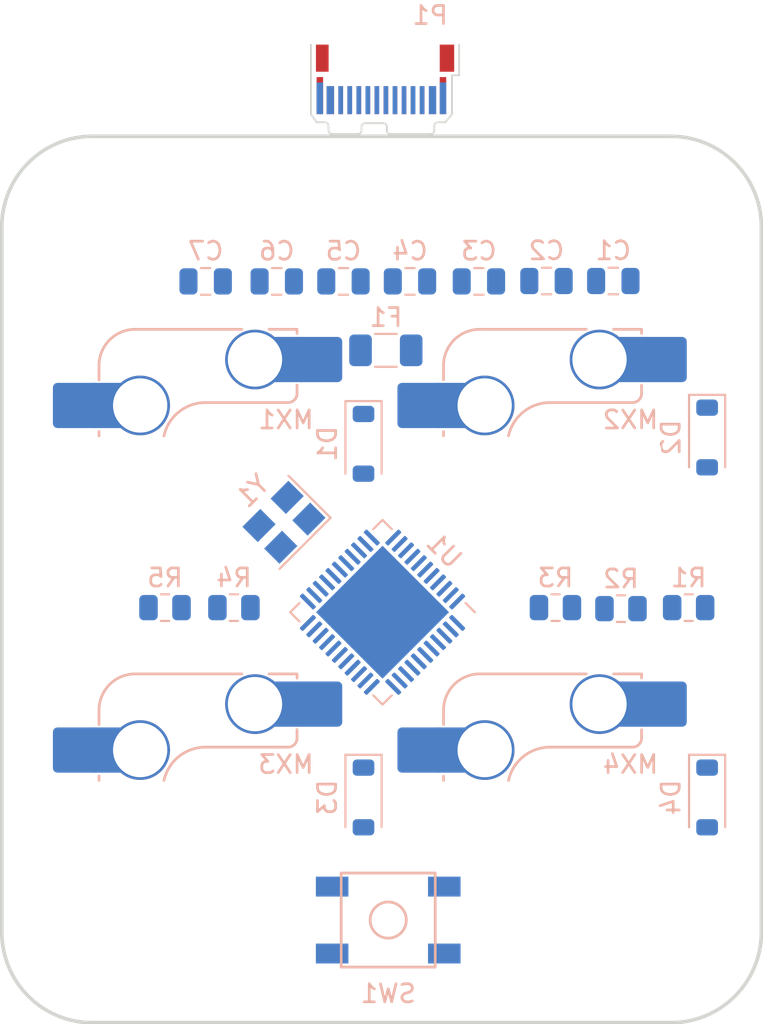
<source format=kicad_pcb>
(kicad_pcb (version 20221018) (generator pcbnew)
  (layers (0 "F.Cu" signal) (31 "B.Cu" signal) (34 "B.Paste" user) (35 "F.Paste" user) (36 "B.SilkS" user "B.Silkscreen") (37 "F.SilkS" user "F.Silkscreen") (38 "B.Mask" user) (39 "F.Mask" user) (44 "Edge.Cuts" user))
  (net 0 "")
  (net 1 "Net-(U1-UCAP)")
  (net 2 "GND")
  (net 3 "+5V")
  (net 4 "Net-(U1-XTAL1)")
  (net 5 "Net-(U1-XTAL2)")
  (net 6 "ROW0")
  (net 7 "Net-(D1-A)")
  (net 8 "Net-(D2-A)")
  (net 9 "ROW1")
  (net 10 "Net-(D3-A)")
  (net 11 "VCC")
  (net 12 "COL0")
  (net 15 "Net-(P1-CC)")
  (net 16 "D+")
  (net 17 "D-")
  (net 28 "Net-(U1-~{HWB}{slash}PE2)")
  (net 29 "Net-(U1-D+)")
  (net 30 "Net-(U1-D-)")
  (net 31 "Net-(U1-~{RESET})")
  (footprint "Capacitor_SMD:C_0805_2012Metric" (layer "B.Cu") (at 143.118 49 180)
    (fp_text reference "C2" (at 0 1.68) (layer "B.SilkS") (effects (justify mirror)))
    (fp_text value "0.1uF")
    (fp_line (start -0.261252 -0.735) (end 0.261252 -0.735) (stroke (width 0.12)) (layer "B.SilkS"))
    (fp_line (start -0.261252 0.735) (end 0.261252 0.735) (stroke (width 0.12)) (layer "B.SilkS"))
    (pad "1" smd roundrect (at -0.95 0 180) (size 1 1.45) (layers "B.Cu" "B.Paste" "B.Mask") (net 3 "+5V"))
    (pad "2" smd roundrect (at 0.95 0 180) (size 1 1.45) (layers "B.Cu" "B.Paste" "B.Mask") (net 2 "GND"))
  )
  (footprint "random-keyboard-parts:SKQG-1155865" (layer "B.Cu") (at 134.366 84.328 180)
    (fp_text reference "SW1" (at 0 -4.064) (layer "B.SilkS") (effects (justify mirror)))
    (fp_text value "SW_Push")
    (fp_line (start -2.6 -2.6) (end -2.6 2.6) (stroke (width 0.15)) (layer "B.SilkS"))
    (fp_line (start -2.6 2.6) (end 2.6 2.6) (stroke (width 0.15)) (layer "B.SilkS"))
    (fp_line (start 2.6 -2.6) (end -2.6 -2.6) (stroke (width 0.15)) (layer "B.SilkS"))
    (fp_line (start 2.6 2.6) (end 2.6 -2.6) (stroke (width 0.15)) (layer "B.SilkS"))
    (fp_circle (center 0 0) (end 1 0) (stroke (width 0.15)) (fill none) (layer "B.SilkS"))
    (pad "1" smd rect (at 3.1 -1.85 180) (size 1.8 1.1) (layers "B.Cu" "B.Paste" "B.Mask") (net 2 "GND"))
    (pad "2" smd rect (at -3.1 1.85 180) (size 1.8 1.1) (layers "B.Cu" "B.Paste" "B.Mask") (net 31 "Net-(U1-~{RESET})"))
    (pad "3" smd rect (at 3.1 1.85 180) (size 1.8 1.1) (layers "B.Cu" "B.Paste" "B.Mask"))
    (pad "4" smd rect (at -3.1 -1.85 180) (size 1.8 1.1) (layers "B.Cu" "B.Paste" "B.Mask"))
  )
  (footprint "Capacitor_SMD:C_0805_2012Metric" (layer "B.Cu") (at 139.38 49.022 180)
    (fp_text reference "C3" (at 0 1.68) (layer "B.SilkS") (effects (justify mirror)))
    (fp_text value "0.1uF")
    (fp_line (start -0.261252 -0.735) (end 0.261252 -0.735) (stroke (width 0.12)) (layer "B.SilkS"))
    (fp_line (start -0.261252 0.735) (end 0.261252 0.735) (stroke (width 0.12)) (layer "B.SilkS"))
    (pad "1" smd roundrect (at -0.95 0 180) (size 1 1.45) (layers "B.Cu" "B.Paste" "B.Mask") (net 3 "+5V"))
    (pad "2" smd roundrect (at 0.95 0 180) (size 1 1.45) (layers "B.Cu" "B.Paste" "B.Mask") (net 2 "GND"))
  )
  (footprint "Diode_SMD:D_SOD-123" (layer "B.Cu") (at 133 77.55 -90)
    (fp_text reference "D3" (at 0 2 90) (layer "B.SilkS") (effects (justify mirror)))
    (fp_text value "D_Small")
    (fp_line (start -2.36 -1) (end 1.65 -1) (stroke (width 0.12)) (layer "B.SilkS"))
    (fp_line (start -2.36 1) (end -2.36 -1) (stroke (width 0.12)) (layer "B.SilkS"))
    (fp_line (start -2.36 1) (end 1.65 1) (stroke (width 0.12)) (layer "B.SilkS"))
    (pad "1" smd roundrect (at -1.65 0 270) (size 0.9 1.2) (layers "B.Cu" "B.Paste" "B.Mask") (net 9 "ROW1"))
    (pad "2" smd roundrect (at 1.65 0 270) (size 0.9 1.2) (layers "B.Cu" "B.Paste" "B.Mask") (net 10 "Net-(D3-A)"))
  )
  (footprint "Capacitor_SMD:C_0805_2012Metric" (layer "B.Cu") (at 135.57 49.022 180)
    (fp_text reference "C4" (at 0 1.68) (layer "B.SilkS") (effects (justify mirror)))
    (fp_text value "0.1uF")
    (fp_line (start -0.261252 -0.735) (end 0.261252 -0.735) (stroke (width 0.12)) (layer "B.SilkS"))
    (fp_line (start -0.261252 0.735) (end 0.261252 0.735) (stroke (width 0.12)) (layer "B.SilkS"))
    (pad "1" smd roundrect (at -0.95 0 180) (size 1 1.45) (layers "B.Cu" "B.Paste" "B.Mask") (net 3 "+5V"))
    (pad "2" smd roundrect (at 0.95 0 180) (size 1 1.45) (layers "B.Cu" "B.Paste" "B.Mask") (net 2 "GND"))
  )
  (footprint "Connector_USB:USB_C_Plug_JAE_DX07P024AJ1" (layer "B.Cu") (at 133.99 37.8525 180)
    (fp_text reference "P1" (at -2.6925 3.54) (layer "B.SilkS") (effects (justify mirror)))
    (fp_text value "USB_C_Plug")
    (fp_line (start -4.3 0.2275) (end -3.9 0.2275) (stroke (width 0.1)) (layer "Edge.Cuts"))
    (fp_line (start -4.3 1.93) (end -4.3 0.2275) (stroke (width 0.1)) (layer "Edge.Cuts"))
    (fp_line (start -3.9 -1.9225) (end -3.9 0.2275) (stroke (width 0.1)) (layer "Edge.Cuts"))
    (fp_line (start -3.53 -2.3725) (end -3.9 -1.9225) (stroke (width 0.1)) (layer "Edge.Cuts"))
    (fp_line (start -3.125 -2.3725) (end -3.53 -2.3725) (stroke (width 0.1)) (layer "Edge.Cuts"))
    (fp_line (start -2.925 -2.8225) (end -2.925 -2.5725) (stroke (width 0.1)) (layer "Edge.Cuts"))
    (fp_line (start -0.5 -3.0225) (end -2.725 -3.0225) (stroke (width 0.1)) (layer "Edge.Cuts"))
    (fp_line (start -0.3 -2.6225) (end -0.3 -2.8225) (stroke (width 0.1)) (layer "Edge.Cuts"))
    (fp_line (start -0.1 -2.4225) (end 0.9 -2.4225) (stroke (width 0.1)) (layer "Edge.Cuts"))
    (fp_line (start 1.1 -2.8225) (end 1.1 -2.6225) (stroke (width 0.1)) (layer "Edge.Cuts"))
    (fp_line (start 1.3 -3.0225) (end 2.725 -3.0225) (stroke (width 0.1)) (layer "Edge.Cuts"))
    (fp_line (start 2.925 -2.8225) (end 2.925 -2.5725) (stroke (width 0.1)) (layer "Edge.Cuts"))
    (fp_line (start 3.125 -2.3725) (end 3.575 -2.3725) (stroke (width 0.1)) (layer "Edge.Cuts"))
    (fp_line (start 3.575 -2.3725) (end 3.9 -1.9225) (stroke (width 0.1)) (layer "Edge.Cuts"))
    (fp_line (start 3.9 -1.9225) (end 3.9 1.9175) (stroke (width 0.1)) (layer "Edge.Cuts"))
    (fp_arc (start -2.925 -2.8225) (mid -2.866421 -2.963921) (end -2.725 -3.0225) (stroke (width 0.1)) (layer "Edge.Cuts"))
    (fp_arc (start -2.925 -2.5725) (mid -2.983579 -2.431079) (end -3.125 -2.3725) (stroke (width 0.1)) (layer "Edge.Cuts"))
    (fp_arc (start -0.5 -3.0225) (mid -0.358579 -2.963921) (end -0.3 -2.8225) (stroke (width 0.1)) (layer "Edge.Cuts"))
    (fp_arc (start -0.1 -2.4225) (mid -0.241421 -2.481079) (end -0.3 -2.6225) (stroke (width 0.1)) (layer "Edge.Cuts"))
    (fp_arc (start 1.1 -2.8225) (mid 1.158579 -2.963921) (end 1.3 -3.0225) (stroke (width 0.1)) (layer "Edge.Cuts"))
    (fp_arc (start 1.1 -2.6225) (mid 1.041421 -2.481079) (end 0.9 -2.4225) (stroke (width 0.1)) (layer "Edge.Cuts"))
    (fp_arc (start 2.725 -3.0225) (mid 2.866421 -2.963921) (end 2.925 -2.8225) (stroke (width 0.1)) (layer "Edge.Cuts"))
    (fp_arc (start 3.125 -2.3725) (mid 2.983579 -2.431079) (end 2.925 -2.5725) (stroke (width 0.1)) (layer "Edge.Cuts"))
    (pad "" smd rect (at -3.405 -1.0475 180) (size 0.36 1.75) (layers "B.Cu" "B.Mask"))
    (pad "" smd rect (at 3.405 -1.0475 180) (size 0.36 1.75) (layers "B.Cu" "B.Mask"))
    (pad "A1" smd rect (at 2.825 -1.1475 180) (size 0.41 1.55) (layers "B.Cu" "B.Paste" "B.Mask") (net 2 "GND"))
    (pad "A2" smd rect (at 2.25 -1.1475 180) (size 0.26 1.55) (layers "B.Cu" "B.Paste" "B.Mask"))
    (pad "A3" smd rect (at 1.75 -1.1475 180) (size 0.26 1.55) (layers "B.Cu" "B.Paste" "B.Mask"))
    (pad "A4" smd rect (at 1.25 -1.1475 180) (size 0.26 1.55) (layers "B.Cu" "B.Paste" "B.Mask") (net 11 "VCC"))
    (pad "A5" smd rect (at 0.75 -1.1475 180) (size 0.26 1.55) (layers "B.Cu" "B.Paste" "B.Mask") (net 15 "Net-(P1-CC)"))
    (pad "A6" smd rect (at 0.25 -1.1475) (size 0.26 1.55) (layers "B.Cu" "B.Paste" "B.Mask") (net 16 "D+"))
    (pad "A7" smd rect (at -0.25 -1.1475) (size 0.26 1.55) (layers "B.Cu" "B.Paste" "B.Mask") (net 17 "D-"))
    (pad "A8" smd rect (at -0.75 -1.1475 180) (size 0.26 1.55) (layers "B.Cu" "B.Paste" "B.Mask"))
    (pad "A9" smd rect (at -1.25 -1.1475 180) (size 0.26 1.55) (layers "B.Cu" "B.Paste" "B.Mask") (net 11 "VCC"))
    (pad "A10" smd rect (at -1.75 -1.1475 180) (size 0.26 1.55) (layers "B.Cu" "B.Paste" "B.Mask"))
    (pad "A11" smd rect (at -2.25 -1.1475 180) (size 0.26 1.55) (layers "B.Cu" "B.Paste" "B.Mask"))
    (pad "A12" smd rect (at -2.825 -1.1475 180) (size 0.41 1.55) (layers "B.Cu" "B.Paste" "B.Mask") (net 2 "GND"))
    (pad "B1" smd rect (at -2.825 -1.1475 180) (size 0.41 1.55) (layers "F.Cu" "F.Paste" "F.Mask") (net 2 "GND"))
    (pad "B2" smd rect (at -2.25 -1.1475 180) (size 0.26 1.55) (layers "F.Cu" "F.Paste" "F.Mask"))
    (pad "B3" smd rect (at -1.75 -1.1475 180) (size 0.26 1.55) (layers "F.Cu" "F.Paste" "F.Mask"))
    (pad "B4" smd rect (at -1.25 -1.1475 180) (size 0.26 1.55) (layers "F.Cu" "F.Paste" "F.Mask") (net 11 "VCC"))
    (pad "B5" smd rect (at -0.75 -1.1475 180) (size 0.26 1.55) (layers "F.Cu" "F.Paste" "F.Mask"))
    (pad "B6" smd rect (at -0.25 -1.1475) (size 0.26 1.55) (layers "F.Cu" "F.Paste" "F.Mask"))
    (pad "B7" smd rect (at 0.25 -1.1475 180) (size 0.26 1.55) (layers "F.Cu" "F.Paste" "F.Mask"))
    (pad "B8" smd rect (at 0.75 -1.1475 180) (size 0.26 1.55) (layers "F.Cu" "F.Paste" "F.Mask"))
    (pad "B9" smd rect (at 1.25 -1.1475 180) (size 0.26 1.55) (layers "F.Cu" "F.Paste" "F.Mask") (net 11 "VCC"))
    (pad "B10" smd rect (at 1.75 -1.1475 180) (size 0.26 1.55) (layers "F.Cu" "F.Paste" "F.Mask"))
    (pad "B11" smd rect (at 2.25 -1.1475 180) (size 0.26 1.55) (layers "F.Cu" "F.Paste" "F.Mask"))
    (pad "B12" smd rect (at 2.825 -1.1475 180) (size 0.41 1.55) (layers "F.Cu" "F.Paste" "F.Mask") (net 2 "GND"))
    (pad "S1" smd rect (at -3.625 1.1725 180) (size 0.8 1.5) (layers "F.Cu" "F.Paste" "F.Mask"))
    (pad "S1" smd rect (at -3.405 -0.8975 180) (size 0.36 2.05) (layers "F.Cu" "F.Paste" "F.Mask"))
    (pad "S1" smd rect (at 3.27 1.1725) (size 0.7 1.5) (layers "F.Cu" "F.Paste" "F.Mask"))
    (pad "S1" smd rect (at 3.405 -0.8975 180) (size 0.36 2.05) (layers "F.Cu" "F.Paste" "F.Mask"))
  )
  (footprint "Resistor_SMD:R_0805_2012Metric" (layer "B.Cu") (at 143.6135 67.056 180)
    (fp_text reference "R3" (at 0 1.65) (layer "B.SilkS") (effects (justify mirror)))
    (fp_text value "22")
    (fp_line (start -0.227064 -0.735) (end 0.227064 -0.735) (stroke (width 0.12)) (layer "B.SilkS"))
    (fp_line (start -0.227064 0.735) (end 0.227064 0.735) (stroke (width 0.12)) (layer "B.SilkS"))
    (pad "1" smd roundrect (at -0.9125 0 180) (size 1.025 1.4) (layers "B.Cu" "B.Paste" "B.Mask") (roundrect_rratio 0.243902) (net 17 "D-"))
    (pad "2" smd roundrect (at 0.9125 0 180) (size 1.025 1.4) (layers "B.Cu" "B.Paste" "B.Mask") (roundrect_rratio 0.243902) (net 30 "Net-(U1-D-)"))
  )
  (footprint "Diode_SMD:D_SOD-123" (layer "B.Cu") (at 133 58 -90)
    (fp_text reference "D1" (at 0 2 90) (layer "B.SilkS") (effects (justify mirror)))
    (fp_text value "D_Small")
    (fp_line (start -2.36 -1) (end 1.65 -1) (stroke (width 0.12)) (layer "B.SilkS"))
    (fp_line (start -2.36 1) (end -2.36 -1) (stroke (width 0.12)) (layer "B.SilkS"))
    (fp_line (start -2.36 1) (end 1.65 1) (stroke (width 0.12)) (layer "B.SilkS"))
    (pad "1" smd roundrect (at -1.65 0 270) (size 0.9 1.2) (layers "B.Cu" "B.Paste" "B.Mask") (net 6 "ROW0"))
    (pad "2" smd roundrect (at 1.65 0 270) (size 0.9 1.2) (layers "B.Cu" "B.Paste" "B.Mask") (net 7 "Net-(D1-A)"))
  )
  (footprint "PCM_marbastlib-mx:SW_MX_HS_1u" (layer "B.Cu") (at 143.51 58.42 180)
    (fp_text reference "MX2" (at -4.25 1.75) (layer "B.SilkS") (effects (justify mirror)))
    (fp_text value "MX_SW_HS" hide)
    (fp_line (start -4.864824 3.67022) (end -4.864824 3.20022) (stroke (width 0.15)) (layer "B.SilkS"))
    (fp_line (start -4.864824 6.75022) (end -4.864824 6.52022) (stroke (width 0.15)) (layer "B.SilkS"))
    (fp_line (start -4.364824 2.70022) (end 0.2 2.70022) (stroke (width 0.15)) (layer "B.SilkS"))
    (fp_line (start -3.314824 6.75022) (end -4.864824 6.75022) (stroke (width 0.15)) (layer "B.SilkS"))
    (fp_line (start 4.085176 6.75022) (end -1.814824 6.75022) (stroke (width 0.15)) (layer "B.SilkS"))
    (fp_line (start 6.085176 1.10022) (end 6.085176 0.86022) (stroke (width 0.15)) (layer "B.SilkS"))
    (fp_line (start 6.085176 3.95022) (end 6.085176 4.75022) (stroke (width 0.15)) (layer "B.SilkS"))
    (fp_arc (start -4.864824 3.20022) (mid -4.718377 2.846667) (end -4.364824 2.70022) (stroke (width 0.15)) (layer "B.SilkS"))
    (fp_arc (start 2.494322 0.86022) (mid 1.670693 2.183637) (end 0.2 2.70022) (stroke (width 0.15)) (layer "B.SilkS"))
    (fp_arc (start 6.085176 4.75022) (mid 5.499389 6.164432) (end 4.085176 6.75022) (stroke (width 0.15)) (layer "B.SilkS"))
    (pad "" np_thru_hole circle (at -5.08 0 180) (size 1.75 1.75) (drill 1.75) (layers "*.Cu" "*.Mask"))
    (pad "" np_thru_hole circle (at 0 0 180) (size 3.9878 3.9878) (drill 3.9878) (layers "*.Cu" "*.Mask"))
    (pad "" np_thru_hole circle (at 5.08 0 180) (size 1.75 1.75) (drill 1.75) (layers "*.Cu" "*.Mask"))
    (pad "1" thru_hole circle (at 3.81 2.54 180) (size 3.3 3.3) (drill 3) (layers "*.Cu" "*.Mask") (net 12 "COL0"))
    (pad "1" smd rect (at 5.635 2.54) (size 1.65 2.5) (layers "B.Cu") (net 12 "COL0"))
    (pad "1" smd roundrect (at 7.36 2.54 180) (size 2.55 2.5) (layers "B.Cu" "B.Paste" "B.Mask") (roundrect_rratio 0.1) (net 12 "COL0"))
    (pad "2" smd roundrect (at -6.09 5.08 180) (size 2.55 2.5) (layers "B.Cu" "B.Paste" "B.Mask") (roundrect_rratio 0.1) (net 8 "Net-(D2-A)"))
    (pad "2" smd rect (at -4.34 5.08 180) (size 1.65 2.5) (layers "B.Cu") (net 8 "Net-(D2-A)"))
    (pad "2" thru_hole circle (at -2.54 5.08 180) (size 3.3 3.3) (drill 3) (layers "*.Cu" "*.Mask") (net 8 "Net-(D2-A)"))
  )
  (footprint "Fuse:Fuse_1206_3216Metric" (layer "B.Cu") (at 134.236 52.832 180)
    (fp_text reference "F1" (at 0 1.82) (layer "B.SilkS") (effects (justify mirror)))
    (fp_text value "Polyfuse")
    (fp_line (start -0.602064 -0.91) (end 0.602064 -0.91) (stroke (width 0.12)) (layer "B.SilkS"))
    (fp_line (start -0.602064 0.91) (end 0.602064 0.91) (stroke (width 0.12)) (layer "B.SilkS"))
    (pad "1" smd roundrect (at -1.4 0 180) (size 1.25 1.75) (layers "B.Cu" "B.Paste" "B.Mask") (roundrect_rratio 0.2) (net 11 "VCC"))
    (pad "2" smd roundrect (at 1.4 0 180) (size 1.25 1.75) (layers "B.Cu" "B.Paste" "B.Mask") (roundrect_rratio 0.2) (net 3 "+5V"))
  )
  (footprint "Resistor_SMD:R_0805_2012Metric" (layer "B.Cu") (at 150.9795 67.056 180)
    (fp_text reference "R1" (at 0 1.65) (layer "B.SilkS") (effects (justify mirror)))
    (fp_text value "10k")
    (fp_line (start -0.227064 -0.735) (end 0.227064 -0.735) (stroke (width 0.12)) (layer "B.SilkS"))
    (fp_line (start -0.227064 0.735) (end 0.227064 0.735) (stroke (width 0.12)) (layer "B.SilkS"))
    (pad "1" smd roundrect (at -0.9125 0 180) (size 1.025 1.4) (layers "B.Cu" "B.Paste" "B.Mask") (roundrect_rratio 0.243902) (net 2 "GND"))
    (pad "2" smd roundrect (at 0.9125 0 180) (size 1.025 1.4) (layers "B.Cu" "B.Paste" "B.Mask") (roundrect_rratio 0.243902) (net 28 "Net-(U1-~{HWB}{slash}PE2)"))
  )
  (footprint "Capacitor_SMD:C_0805_2012Metric" (layer "B.Cu") (at 124.272 49.022 180)
    (fp_text reference "C7" (at 0 1.68) (layer "B.SilkS") (effects (justify mirror)))
    (fp_text value "22pF")
    (fp_line (start -0.261252 -0.735) (end 0.261252 -0.735) (stroke (width 0.12)) (layer "B.SilkS"))
    (fp_line (start -0.261252 0.735) (end 0.261252 0.735) (stroke (width 0.12)) (layer "B.SilkS"))
    (pad "1" smd roundrect (at -0.95 0 180) (size 1 1.45) (layers "B.Cu" "B.Paste" "B.Mask") (net 2 "GND"))
    (pad "2" smd roundrect (at 0.95 0 180) (size 1 1.45) (layers "B.Cu" "B.Paste" "B.Mask") (net 5 "Net-(U1-XTAL2)"))
  )
  (footprint "Capacitor_SMD:C_0805_2012Metric" (layer "B.Cu") (at 146.812 49 180)
    (fp_text reference "C1" (at 0 1.68) (layer "B.SilkS") (effects (justify mirror)))
    (fp_text value "1uF")
    (fp_line (start -0.261252 -0.735) (end 0.261252 -0.735) (stroke (width 0.12)) (layer "B.SilkS"))
    (fp_line (start -0.261252 0.735) (end 0.261252 0.735) (stroke (width 0.12)) (layer "B.SilkS"))
    (pad "1" smd roundrect (at -0.95 0 180) (size 1 1.45) (layers "B.Cu" "B.Paste" "B.Mask") (net 1 "Net-(U1-UCAP)"))
    (pad "2" smd roundrect (at 0.95 0 180) (size 1 1.45) (layers "B.Cu" "B.Paste" "B.Mask") (net 2 "GND"))
  )
  (footprint "PCM_marbastlib-mx:SW_MX_HS_1u" (layer "B.Cu") (at 124.46 77.47 180)
    (fp_text reference "MX3" (at -4.25 1.75) (layer "B.SilkS") (effects (justify mirror)))
    (fp_text value "MX_SW_HS" hide)
    (fp_line (start -4.864824 3.67022) (end -4.864824 3.20022) (stroke (width 0.15)) (layer "B.SilkS"))
    (fp_line (start -4.864824 6.75022) (end -4.864824 6.52022) (stroke (width 0.15)) (layer "B.SilkS"))
    (fp_line (start -4.364824 2.70022) (end 0.2 2.70022) (stroke (width 0.15)) (layer "B.SilkS"))
    (fp_line (start -3.314824 6.75022) (end -4.864824 6.75022) (stroke (width 0.15)) (layer "B.SilkS"))
    (fp_line (start 4.085176 6.75022) (end -1.814824 6.75022) (stroke (width 0.15)) (layer "B.SilkS"))
    (fp_line (start 6.085176 1.10022) (end 6.085176 0.86022) (stroke (width 0.15)) (layer "B.SilkS"))
    (fp_line (start 6.085176 3.95022) (end 6.085176 4.75022) (stroke (width 0.15)) (layer "B.SilkS"))
    (fp_arc (start -4.864824 3.20022) (mid -4.718377 2.846667) (end -4.364824 2.70022) (stroke (width 0.15)) (layer "B.SilkS"))
    (fp_arc (start 2.494322 0.86022) (mid 1.670693 2.183637) (end 0.2 2.70022) (stroke (width 0.15)) (layer "B.SilkS"))
    (fp_arc (start 6.085176 4.75022) (mid 5.499389 6.164432) (end 4.085176 6.75022) (stroke (width 0.15)) (layer "B.SilkS"))
    (pad "" np_thru_hole circle (at -5.08 0 180) (size 1.75 1.75) (drill 1.75) (layers "*.Cu" "*.Mask"))
    (pad "" np_thru_hole circle (at 0 0 180) (size 3.9878 3.9878) (drill 3.9878) (layers "*.Cu" "*.Mask"))
    (pad "" np_thru_hole circle (at 5.08 0 180) (size 1.75 1.75) (drill 1.75) (layers "*.Cu" "*.Mask"))
    (pad "1" thru_hole circle (at 3.81 2.54 180) (size 3.3 3.3) (drill 3) (layers "*.Cu" "*.Mask") (net 12 "COL0"))
    (pad "1" smd rect (at 5.635 2.54) (size 1.65 2.5) (layers "B.Cu") (net 12 "COL0"))
    (pad "1" smd roundrect (at 7.36 2.54 180) (size 2.55 2.5) (layers "B.Cu" "B.Paste" "B.Mask") (roundrect_rratio 0.1) (net 12 "COL0"))
    (pad "2" smd roundrect (at -6.09 5.08 180) (size 2.55 2.5) (layers "B.Cu" "B.Paste" "B.Mask") (roundrect_rratio 0.1) (net 10 "Net-(D3-A)"))
    (pad "2" smd rect (at -4.34 5.08 180) (size 1.65 2.5) (layers "B.Cu") (net 10 "Net-(D3-A)"))
    (pad "2" thru_hole circle (at -2.54 5.08 180) (size 3.3 3.3) (drill 3) (layers "*.Cu" "*.Mask") (net 10 "Net-(D3-A)"))
  )
  (footprint "PCM_marbastlib-mx:SW_MX_HS_1u" (layer "B.Cu") (at 124.46 58.42 180)
    (fp_text reference "MX1" (at -4.25 1.75) (layer "B.SilkS") (effects (justify mirror)))
    (fp_text value "MX_SW_HS" hide)
    (fp_line (start -4.864824 3.67022) (end -4.864824 3.20022) (stroke (width 0.15)) (layer "B.SilkS"))
    (fp_line (start -4.864824 6.75022) (end -4.864824 6.52022) (stroke (width 0.15)) (layer "B.SilkS"))
    (fp_line (start -4.364824 2.70022) (end 0.2 2.70022) (stroke (width 0.15)) (layer "B.SilkS"))
    (fp_line (start -3.314824 6.75022) (end -4.864824 6.75022) (stroke (width 0.15)) (layer "B.SilkS"))
    (fp_line (start 4.085176 6.75022) (end -1.814824 6.75022) (stroke (width 0.15)) (layer "B.SilkS"))
    (fp_line (start 6.085176 1.10022) (end 6.085176 0.86022) (stroke (width 0.15)) (layer "B.SilkS"))
    (fp_line (start 6.085176 3.95022) (end 6.085176 4.75022) (stroke (width 0.15)) (layer "B.SilkS"))
    (fp_arc (start -4.864824 3.20022) (mid -4.718377 2.846667) (end -4.364824 2.70022) (stroke (width 0.15)) (layer "B.SilkS"))
    (fp_arc (start 2.494322 0.86022) (mid 1.670693 2.183637) (end 0.2 2.70022) (stroke (width 0.15)) (layer "B.SilkS"))
    (fp_arc (start 6.085176 4.75022) (mid 5.499389 6.164432) (end 4.085176 6.75022) (stroke (width 0.15)) (layer "B.SilkS"))
    (pad "" np_thru_hole circle (at -5.08 0 180) (size 1.75 1.75) (drill 1.75) (layers "*.Cu" "*.Mask"))
    (pad "" np_thru_hole circle (at 0 0 180) (size 3.9878 3.9878) (drill 3.9878) (layers "*.Cu" "*.Mask"))
    (pad "" np_thru_hole circle (at 5.08 0 180) (size 1.75 1.75) (drill 1.75) (layers "*.Cu" "*.Mask"))
    (pad "1" thru_hole circle (at 3.81 2.54 180) (size 3.3 3.3) (drill 3) (layers "*.Cu" "*.Mask") (net 12 "COL0"))
    (pad "1" smd rect (at 5.635 2.54) (size 1.65 2.5) (layers "B.Cu") (net 12 "COL0"))
    (pad "1" smd roundrect (at 7.36 2.54 180) (size 2.55 2.5) (layers "B.Cu" "B.Paste" "B.Mask") (roundrect_rratio 0.1) (net 12 "COL0"))
    (pad "2" smd roundrect (at -6.09 5.08 180) (size 2.55 2.5) (layers "B.Cu" "B.Paste" "B.Mask") (roundrect_rratio 0.1) (net 7 "Net-(D1-A)"))
    (pad "2" smd rect (at -4.34 5.08 180) (size 1.65 2.5) (layers "B.Cu") (net 7 "Net-(D1-A)"))
    (pad "2" thru_hole circle (at -2.54 5.08 180) (size 3.3 3.3) (drill 3) (layers "*.Cu" "*.Mask") (net 7 "Net-(D1-A)"))
  )
  (footprint "Package_DFN_QFN:QFN-44-1EP_7x7mm_P0.5mm_EP5.2x5.2mm" (layer "B.Cu") (at 134.051522 67.31 135)
    (fp_text reference "U1" (at 0 4.82 -225) (layer "B.SilkS") (effects (justify mirror)))
    (fp_text value "ATmega32U4-M")
    (fp_line (start -3.61 -3.61) (end -3.61 -2.885) (stroke (width 0.12)) (layer "B.SilkS"))
    (fp_line (start -2.885 -3.61) (end -3.61 -3.61) (stroke (width 0.12)) (layer "B.SilkS"))
    (fp_line (start -2.885 3.61) (end -3.61 3.61) (stroke (width 0.12)) (layer "B.SilkS"))
    (fp_line (start 2.885 -3.61) (end 3.61 -3.61) (stroke (width 0.12)) (layer "B.SilkS"))
    (fp_line (start 2.885 3.61) (end 3.61 3.61) (stroke (width 0.12)) (layer "B.SilkS"))
    (fp_line (start 3.61 -3.61) (end 3.61 -2.885) (stroke (width 0.12)) (layer "B.SilkS"))
    (fp_line (start 3.61 3.61) (end 3.61 2.885) (stroke (width 0.12)) (layer "B.SilkS"))
    (pad "1" smd roundrect (at -3.3375 2.5 135) (size 1.075 0.25) (layers "B.Cu" "B.Paste" "B.Mask"))
    (pad "2" smd roundrect (at -3.3375 2 135) (size 1.075 0.25) (layers "B.Cu" "B.Paste" "B.Mask") (net 3 "+5V"))
    (pad "3" smd roundrect (at -3.3375 1.5 135) (size 1.075 0.25) (layers "B.Cu" "B.Paste" "B.Mask") (net 30 "Net-(U1-D-)"))
    (pad "4" smd roundrect (at -3.3375 1 135) (size 1.075 0.25) (layers "B.Cu" "B.Paste" "B.Mask") (net 29 "Net-(U1-D+)"))
    (pad "5" smd roundrect (at -3.3375 0.5 135) (size 1.075 0.25) (layers "B.Cu" "B.Paste" "B.Mask") (net 2 "GND"))
    (pad "6" smd roundrect (at -3.3375 0 135) (size 1.075 0.25) (layers "B.Cu" "B.Paste" "B.Mask") (net 1 "Net-(U1-UCAP)"))
    (pad "7" smd roundrect (at -3.3375 -0.5 135) (size 1.075 0.25) (layers "B.Cu" "B.Paste" "B.Mask") (net 3 "+5V"))
    (pad "8" smd roundrect (at -3.3375 -1 135) (size 1.075 0.25) (layers "B.Cu" "B.Paste" "B.Mask"))
    (pad "9" smd roundrect (at -3.3375 -1.5 135) (size 1.075 0.25) (layers "B.Cu" "B.Paste" "B.Mask"))
    (pad "10" smd roundrect (at -3.3375 -2 135) (size 1.075 0.25) (layers "B.Cu" "B.Paste" "B.Mask"))
    (pad "11" smd roundrect (at -3.3375 -2.5 135) (size 1.075 0.25) (layers "B.Cu" "B.Paste" "B.Mask"))
    (pad "12" smd roundrect (at -2.5 -3.3375 135) (size 0.25 1.075) (layers "B.Cu" "B.Paste" "B.Mask"))
    (pad "13" smd roundrect (at -2 -3.3375 135) (size 0.25 1.075) (layers "B.Cu" "B.Paste" "B.Mask") (net 31 "Net-(U1-~{RESET})"))
    (pad "14" smd roundrect (at -1.5 -3.3375 135) (size 0.25 1.075) (layers "B.Cu" "B.Paste" "B.Mask") (net 3 "+5V"))
    (pad "15" smd roundrect (at -1 -3.3375 135) (size 0.25 1.075) (layers "B.Cu" "B.Paste" "B.Mask") (net 2 "GND"))
    (pad "16" smd roundrect (at -0.5 -3.3375 135) (size 0.25 1.075) (layers "B.Cu" "B.Paste" "B.Mask") (net 5 "Net-(U1-XTAL2)"))
    (pad "17" smd roundrect (at 0 -3.3375 135) (size 0.25 1.075) (layers "B.Cu" "B.Paste" "B.Mask") (net 4 "Net-(U1-XTAL1)"))
    (pad "18" smd roundrect (at 0.5 -3.3375 135) (size 0.25 1.075) (layers "B.Cu" "B.Paste" "B.Mask"))
    (pad "19" smd roundrect (at 1 -3.3375 135) (size 0.25 1.075) (layers "B.Cu" "B.Paste" "B.Mask"))
    (pad "20" smd roundrect (at 1.5 -3.3375 135) (size 0.25 1.075) (layers "B.Cu" "B.Paste" "B.Mask"))
    (pad "21" smd roundrect (at 2 -3.3375 135) (size 0.25 1.075) (layers "B.Cu" "B.Paste" "B.Mask"))
    (pad "22" smd roundrect (at 2.5 -3.3375 135) (size 0.25 1.075) (layers "B.Cu" "B.Paste" "B.Mask"))
    (pad "23" smd roundrect (at 3.3375 -2.5 135) (size 1.075 0.25) (layers "B.Cu" "B.Paste" "B.Mask") (net 2 "GND"))
    (pad "24" smd roundrect (at 3.3375 -2 135) (size 1.075 0.25) (layers "B.Cu" "B.Paste" "B.Mask") (net 3 "+5V"))
    (pad "25" smd roundrect (at 3.3375 -1.5 135) (size 1.075 0.25) (layers "B.Cu" "B.Paste" "B.Mask"))
    (pad "26" smd roundrect (at 3.3375 -1 135) (size 1.075 0.25) (layers "B.Cu" "B.Paste" "B.Mask"))
    (pad "27" smd roundrect (at 3.3375 -0.5 135) (size 1.075 0.25) (layers "B.Cu" "B.Paste" "B.Mask"))
    (pad "28" smd roundrect (at 3.3375 0 135) (size 1.075 0.25) (layers "B.Cu" "B.Paste" "B.Mask"))
    (pad "29" smd roundrect (at 3.3375 0.5 135) (size 1.075 0.25) (layers "B.Cu" "B.Paste" "B.Mask"))
    (pad "30" smd roundrect (at 3.3375 1 135) (size 1.075 0.25) (layers "B.Cu" "B.Paste" "B.Mask"))
    (pad "31" smd roundrect (at 3.3375 1.5 135) (size 1.075 0.25) (layers "B.Cu" "B.Paste" "B.Mask"))
    (pad "32" smd roundrect (at 3.3375 2 135) (size 1.075 0.25) (layers "B.Cu" "B.Paste" "B.Mask"))
    (pad "33" smd roundrect (at 3.3375 2.5 135) (size 1.075 0.25) (layers "B.Cu" "B.Paste" "B.Mask") (net 28 "Net-(U1-~{HWB}{slash}PE2)"))
    (pad "34" smd roundrect (at 2.5 3.3375 135) (size 0.25 1.075) (layers "B.Cu" "B.Paste" "B.Mask") (net 3 "+5V"))
    (pad "35" smd roundrect (at 2 3.3375 135) (size 0.25 1.075) (layers "B.Cu" "B.Paste" "B.Mask") (net 2 "GND"))
    (pad "36" smd roundrect (at 1.5 3.3375 135) (size 0.25 1.075) (layers "B.Cu" "B.Paste" "B.Mask"))
    (pad "37" smd roundrect (at 1 3.3375 135) (size 0.25 1.075) (layers "B.Cu" "B.Paste" "B.Mask"))
    (pad "38" smd roundrect (at 0.5 3.3375 135) (size 0.25 1.075) (layers "B.Cu" "B.Paste" "B.Mask"))
    (pad "39" smd roundrect (at 0 3.3375 135) (size 0.25 1.075) (layers "B.Cu" "B.Paste" "B.Mask"))
    (pad "40" smd roundrect (at -0.5 3.3375 135) (size 0.25 1.075) (layers "B.Cu" "B.Paste" "B.Mask"))
    (pad "41" smd roundrect (at -1 3.3375 135) (size 0.25 1.075) (layers "B.Cu" "B.Paste" "B.Mask"))
    (pad "42" smd roundrect (at -1.5 3.3375 135) (size 0.25 1.075) (layers "B.Cu" "B.Paste" "B.Mask"))
    (pad "43" smd roundrect (at -2 3.3375 135) (size 0.25 1.075) (layers "B.Cu" "B.Paste" "B.Mask") (net 2 "GND"))
    (pad "44" smd roundrect (at -2.5 3.3375 135) (size 0.25 1.075) (layers "B.Cu" "B.Paste" "B.Mask") (net 3 "+5V"))
    (pad "45" smd rect (at 0 0 135) (size 5.2 5.2) (layers "B.Cu" "B.Mask") (net 2 "GND"))
  )
  (footprint "Capacitor_SMD:C_0805_2012Metric" (layer "B.Cu") (at 131.892 49.022 180)
    (fp_text reference "C5" (at 0 1.68) (layer "B.SilkS") (effects (justify mirror)))
    (fp_text value "10uF")
    (fp_line (start -0.261252 -0.735) (end 0.261252 -0.735) (stroke (width 0.12)) (layer "B.SilkS"))
    (fp_line (start -0.261252 0.735) (end 0.261252 0.735) (stroke (width 0.12)) (layer "B.SilkS"))
    (pad "1" smd roundrect (at -0.95 0 180) (size 1 1.45) (layers "B.Cu" "B.Paste" "B.Mask") (net 3 "+5V"))
    (pad "2" smd roundrect (at 0.95 0 180) (size 1 1.45) (layers "B.Cu" "B.Paste" "B.Mask") (net 2 "GND"))
  )
  (footprint "Diode_SMD:D_SOD-123" (layer "B.Cu") (at 152 77.55 -90)
    (fp_text reference "D4" (at 0 2 90) (layer "B.SilkS") (effects (justify mirror)))
    (fp_text value "D_Small")
    (fp_line (start -2.36 -1) (end 1.65 -1) (stroke (width 0.12)) (layer "B.SilkS"))
    (fp_line (start -2.36 1) (end -2.36 -1) (stroke (width 0.12)) (layer "B.SilkS"))
    (fp_line (start -2.36 1) (end 1.65 1) (stroke (width 0.12)) (layer "B.SilkS"))
    (pad "1" smd roundrect (at -1.65 0 270) (size 0.9 1.2) (layers "B.Cu" "B.Paste" "B.Mask") (net 9 "ROW1"))
    (pad "2" smd roundrect (at 1.65 0 270) (size 0.9 1.2) (layers "B.Cu" "B.Paste" "B.Mask") (net 10 "Net-(D3-A)"))
  )
  (footprint "Resistor_SMD:R_0805_2012Metric" (layer "B.Cu") (at 125.8335 67.056 180)
    (fp_text reference "R4" (at 0 1.65) (layer "B.SilkS") (effects (justify mirror)))
    (fp_text value "10k")
    (fp_line (start -0.227064 -0.735) (end 0.227064 -0.735) (stroke (width 0.12)) (layer "B.SilkS"))
    (fp_line (start -0.227064 0.735) (end 0.227064 0.735) (stroke (width 0.12)) (layer "B.SilkS"))
    (pad "1" smd roundrect (at -0.9125 0 180) (size 1.025 1.4) (layers "B.Cu" "B.Paste" "B.Mask") (roundrect_rratio 0.243902) (net 3 "+5V"))
    (pad "2" smd roundrect (at 0.9125 0 180) (size 1.025 1.4) (layers "B.Cu" "B.Paste" "B.Mask") (roundrect_rratio 0.243902) (net 31 "Net-(U1-~{RESET})"))
  )
  (footprint "Resistor_SMD:R_0805_2012Metric" (layer "B.Cu") (at 147.2355 67.112 180)
    (fp_text reference "R2" (at 0 1.65) (layer "B.SilkS") (effects (justify mirror)))
    (fp_text value "22")
    (fp_line (start -0.227064 -0.735) (end 0.227064 -0.735) (stroke (width 0.12)) (layer "B.SilkS"))
    (fp_line (start -0.227064 0.735) (end 0.227064 0.735) (stroke (width 0.12)) (layer "B.SilkS"))
    (pad "1" smd roundrect (at -0.9125 0 180) (size 1.025 1.4) (layers "B.Cu" "B.Paste" "B.Mask") (roundrect_rratio 0.243902) (net 16 "D+"))
    (pad "2" smd roundrect (at 0.9125 0 180) (size 1.025 1.4) (layers "B.Cu" "B.Paste" "B.Mask") (roundrect_rratio 0.243902) (net 29 "Net-(U1-D+)"))
  )
  (footprint "Crystal:Crystal_SMD_3225-4Pin_3.2x2.5mm" (layer "B.Cu") (at 128.601223 62.338858 -135)
    (fp_text reference "Y1" (at 0 2.45 45) (layer "B.SilkS") (effects (justify mirror)))
    (fp_text value "16MHz")
    (fp_line (start -2 -1.65) (end 2 -1.65) (stroke (width 0.12)) (layer "B.SilkS"))
    (fp_line (start -2 1.65) (end -2 -1.65) (stroke (width 0.12)) (layer "B.SilkS"))
    (pad "1" smd rect (at -1.1 -0.85 225) (size 1.4 1.2) (layers "B.Cu" "B.Paste" "B.Mask") (net 4 "Net-(U1-XTAL1)"))
    (pad "2" smd rect (at 1.1 -0.85 225) (size 1.4 1.2) (layers "B.Cu" "B.Paste" "B.Mask") (net 2 "GND"))
    (pad "3" smd rect (at 1.1 0.85 225) (size 1.4 1.2) (layers "B.Cu" "B.Paste" "B.Mask") (net 5 "Net-(U1-XTAL2)"))
    (pad "4" smd rect (at -1.1 0.85 225) (size 1.4 1.2) (layers "B.Cu" "B.Paste" "B.Mask") (net 2 "GND"))
  )
  (footprint "Capacitor_SMD:C_0805_2012Metric" (layer "B.Cu") (at 128.204 49.022 180)
    (fp_text reference "C6" (at 0 1.68) (layer "B.SilkS") (effects (justify mirror)))
    (fp_text value "22pF")
    (fp_line (start -0.261252 -0.735) (end 0.261252 -0.735) (stroke (width 0.12)) (layer "B.SilkS"))
    (fp_line (start -0.261252 0.735) (end 0.261252 0.735) (stroke (width 0.12)) (layer "B.SilkS"))
    (pad "1" smd roundrect (at -0.95 0 180) (size 1 1.45) (layers "B.Cu" "B.Paste" "B.Mask") (net 2 "GND"))
    (pad "2" smd roundrect (at 0.95 0 180) (size 1 1.45) (layers "B.Cu" "B.Paste" "B.Mask") (net 4 "Net-(U1-XTAL1)"))
  )
  (footprint "Resistor_SMD:R_0805_2012Metric" (layer "B.Cu") (at 122.0235 67.056 180)
    (fp_text reference "R5" (at 0 1.65) (layer "B.SilkS") (effects (justify mirror)))
    (fp_text value "5.1k")
    (fp_line (start -0.227064 -0.735) (end 0.227064 -0.735) (stroke (width 0.12)) (layer "B.SilkS"))
    (fp_line (start -0.227064 0.735) (end 0.227064 0.735) (stroke (width 0.12)) (layer "B.SilkS"))
    (pad "1" smd roundrect (at -0.9125 0 180) (size 1.025 1.4) (layers "B.Cu" "B.Paste" "B.Mask") (roundrect_rratio 0.243902) (net 15 "Net-(P1-CC)"))
    (pad "2" smd roundrect (at 0.9125 0 180) (size 1.025 1.4) (layers "B.Cu" "B.Paste" "B.Mask") (roundrect_rratio 0.243902))
  )
  (footprint "Diode_SMD:D_SOD-123" (layer "B.Cu") (at 152 57.65 -90)
    (fp_text reference "D2" (at 0 2 90) (layer "B.SilkS") (effects (justify mirror)))
    (fp_text value "D_Small")
    (fp_line (start -2.36 -1) (end 1.65 -1) (stroke (width 0.12)) (layer "B.SilkS"))
    (fp_line (start -2.36 1) (end -2.36 -1) (stroke (width 0.12)) (layer "B.SilkS"))
    (fp_line (start -2.36 1) (end 1.65 1) (stroke (width 0.12)) (layer "B.SilkS"))
    (pad "1" smd roundrect (at -1.65 0 270) (size 0.9 1.2) (layers "B.Cu" "B.Paste" "B.Mask") (net 6 "ROW0"))
    (pad "2" smd roundrect (at 1.65 0 270) (size 0.9 1.2) (layers "B.Cu" "B.Paste" "B.Mask") (net 8 "Net-(D2-A)"))
  )
  (footprint "PCM_marbastlib-mx:SW_MX_HS_1u" (layer "B.Cu") (at 143.51 77.47 180)
    (fp_text reference "MX4" (at -4.25 1.75) (layer "B.SilkS") (effects (justify mirror)))
    (fp_text value "MX_SW_HS" hide)
    (fp_line (start -4.864824 3.67022) (end -4.864824 3.20022) (stroke (width 0.15)) (layer "B.SilkS"))
    (fp_line (start -4.864824 6.75022) (end -4.864824 6.52022) (stroke (width 0.15)) (layer "B.SilkS"))
    (fp_line (start -4.364824 2.70022) (end 0.2 2.70022) (stroke (width 0.15)) (layer "B.SilkS"))
    (fp_line (start -3.314824 6.75022) (end -4.864824 6.75022) (stroke (width 0.15)) (layer "B.SilkS"))
    (fp_line (start 4.085176 6.75022) (end -1.814824 6.75022) (stroke (width 0.15)) (layer "B.SilkS"))
    (fp_line (start 6.085176 1.10022) (end 6.085176 0.86022) (stroke (width 0.15)) (layer "B.SilkS"))
    (fp_line (start 6.085176 3.95022) (end 6.085176 4.75022) (stroke (width 0.15)) (layer "B.SilkS"))
    (fp_arc (start -4.864824 3.20022) (mid -4.718377 2.846667) (end -4.364824 2.70022) (stroke (width 0.15)) (layer "B.SilkS"))
    (fp_arc (start 2.494322 0.86022) (mid 1.670693 2.183637) (end 0.2 2.70022) (stroke (width 0.15)) (layer "B.SilkS"))
    (fp_arc (start 6.085176 4.75022) (mid 5.499389 6.164432) (end 4.085176 6.75022) (stroke (width 0.15)) (layer "B.SilkS"))
    (pad "" np_thru_hole circle (at -5.08 0 180) (size 1.75 1.75) (drill 1.75) (layers "*.Cu" "*.Mask"))
    (pad "" np_thru_hole circle (at 0 0 180) (size 3.9878 3.9878) (drill 3.9878) (layers "*.Cu" "*.Mask"))
    (pad "" np_thru_hole circle (at 5.08 0 180) (size 1.75 1.75) (drill 1.75) (layers "*.Cu" "*.Mask"))
    (pad "1" thru_hole circle (at 3.81 2.54 180) (size 3.3 3.3) (drill 3) (layers "*.Cu" "*.Mask") (net 12 "COL0"))
    (pad "1" smd rect (at 5.635 2.54) (size 1.65 2.5) (layers "B.Cu") (net 12 "COL0"))
    (pad "1" smd roundrect (at 7.36 2.54 180) (size 2.55 2.5) (layers "B.Cu" "B.Paste" "B.Mask") (roundrect_rratio 0.1) (net 12 "COL0"))
    (pad "2" smd roundrect (at -6.09 5.08 180) (size 2.55 2.5) (layers "B.Cu" "B.Paste" "B.Mask") (roundrect_rratio 0.1) (net 10 "Net-(D3-A)"))
    (pad "2" smd rect (at -4.34 5.08 180) (size 1.65 2.5) (layers "B.Cu") (net 10 "Net-(D3-A)"))
    (pad "2" thru_hole circle (at -2.54 5.08 180) (size 3.3 3.3) (drill 3) (layers "*.Cu" "*.Mask") (net 10 "Net-(D3-A)"))
  )
  (gr_line (start 113 85) (end 113.000002 46) (stroke (width 0.2)) (layer "Edge.Cuts"))
  (gr_line (start 118 41) (end 150 41) (stroke (width 0.2)) (layer "Edge.Cuts"))
  (gr_line (start 155 46.000002) (end 155 85) (stroke (width 0.2)) (layer "Edge.Cuts"))
  (gr_line (start 150 90) (end 118 90) (stroke (width 0.2)) (layer "Edge.Cuts"))
  (gr_arc (start 113.000002 46) (mid 114.464468 42.464467) (end 118.000002 41) (stroke (width 0.2)) (layer "Edge.Cuts"))
  (gr_arc (start 155 85) (mid 153.535534 88.535533) (end 150 90) (stroke (width 0.2)) (layer "Edge.Cuts"))
  (gr_arc (start 150 41.000002) (mid 153.535533 42.464468) (end 155 46.000002) (stroke (width 0.2)) (layer "Edge.Cuts"))
  (gr_arc (start 118 90) (mid 114.464467 88.535534) (end 113 85) (stroke (width 0.2)) (layer "Edge.Cuts"))
)
</source>
